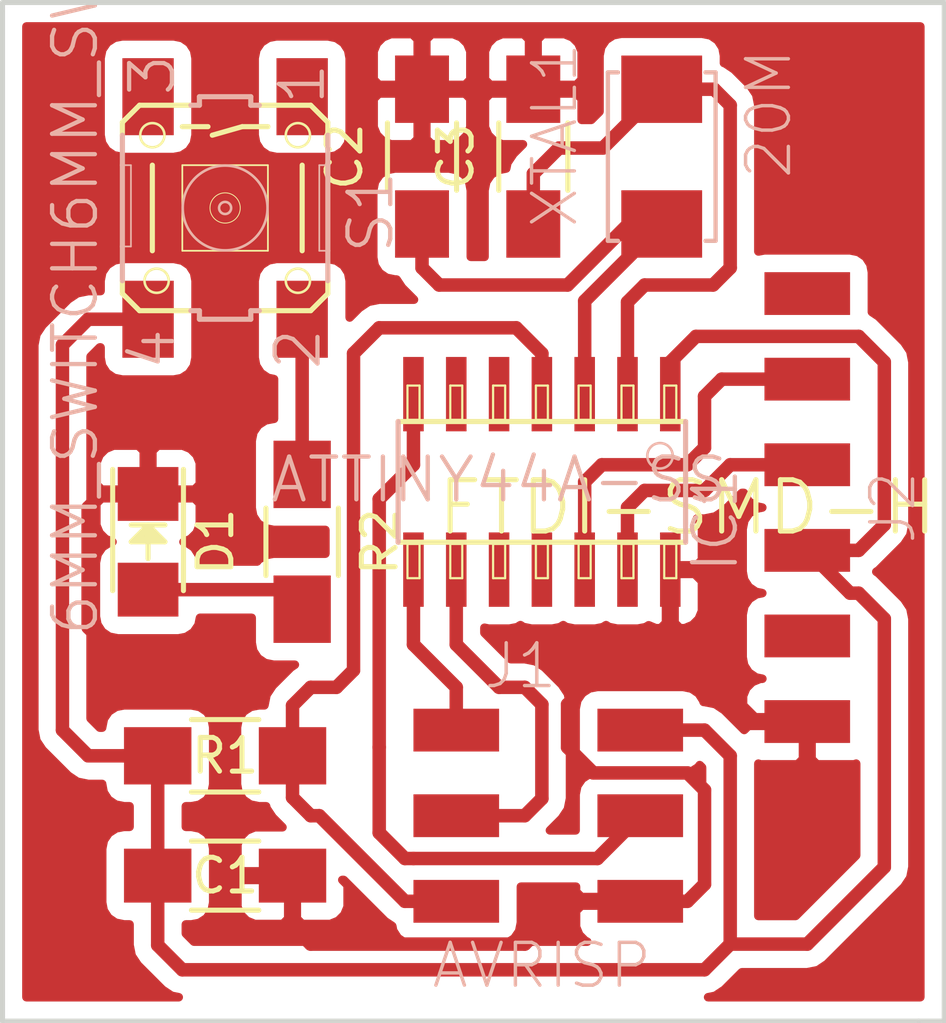
<source format=kicad_pcb>
(kicad_pcb (version 4) (host pcbnew 4.0.2-stable)

  (general
    (links 24)
    (no_connects 0)
    (area 175.438999 75.198689 210.623286 110.819001)
    (thickness 1.6)
    (drawings 6)
    (tracks 131)
    (zones 0)
    (modules 11)
    (nets 21)
  )

  (page A4)
  (layers
    (0 F.Cu signal)
    (31 B.Cu signal hide)
    (32 B.Adhes user hide)
    (33 F.Adhes user hide)
    (34 B.Paste user hide)
    (35 F.Paste user hide)
    (36 B.SilkS user hide)
    (37 F.SilkS user hide)
    (38 B.Mask user hide)
    (39 F.Mask user)
    (40 Dwgs.User user)
    (41 Cmts.User user)
    (42 Eco1.User user)
    (43 Eco2.User user)
    (44 Edge.Cuts user)
    (45 Margin user hide)
    (46 B.CrtYd user hide)
    (47 F.CrtYd user hide)
    (48 B.Fab user hide)
    (49 F.Fab user hide)
  )

  (setup
    (last_trace_width 0.4)
    (trace_clearance 0.2)
    (zone_clearance 0.508)
    (zone_45_only yes)
    (trace_min 0.2)
    (segment_width 0.2)
    (edge_width 0.15)
    (via_size 0.6)
    (via_drill 0.4)
    (via_min_size 0.4)
    (via_min_drill 0.3)
    (uvia_size 0.3)
    (uvia_drill 0.1)
    (uvias_allowed no)
    (uvia_min_size 0.2)
    (uvia_min_drill 0.1)
    (pcb_text_width 0.3)
    (pcb_text_size 1.5 1.5)
    (mod_edge_width 0.15)
    (mod_text_size 1 1)
    (mod_text_width 0.15)
    (pad_size 1.524 1.524)
    (pad_drill 0.762)
    (pad_to_mask_clearance 0.2)
    (aux_axis_origin 0 0)
    (visible_elements FFFEFF7F)
    (pcbplotparams
      (layerselection 0x01000_00000001)
      (usegerberextensions false)
      (excludeedgelayer true)
      (linewidth 0.100000)
      (plotframeref false)
      (viasonmask false)
      (mode 1)
      (useauxorigin false)
      (hpglpennumber 1)
      (hpglpenspeed 20)
      (hpglpendiameter 15)
      (hpglpenoverlay 2)
      (psnegative false)
      (psa4output false)
      (plotreference true)
      (plotvalue true)
      (plotinvisibletext false)
      (padsonsilk false)
      (subtractmaskfromsilk false)
      (outputformat 4)
      (mirror false)
      (drillshape 0)
      (scaleselection 1)
      (outputdirectory ""))
  )

  (net 0 "")
  (net 1 +5V)
  (net 2 GND)
  (net 3 "Net-(C2-Pad1)")
  (net 4 "Net-(C3-Pad1)")
  (net 5 "Net-(D1-Pad2)")
  (net 6 /PB3)
  (net 7 "Net-(IC1-Pad5)")
  (net 8 "Net-(IC1-Pad6)")
  (net 9 /PA6)
  (net 10 /PA5)
  (net 11 /PA4)
  (net 12 "Net-(IC1-Pad10)")
  (net 13 "Net-(IC1-Pad11)")
  (net 14 /PA1)
  (net 15 /PA0)
  (net 16 "Net-(J2-Pad2)")
  (net 17 "Net-(J2-Pad6)")
  (net 18 "Net-(R2-Pad1)")
  (net 19 "Net-(S1-Pad1)")
  (net 20 "Net-(S1-Pad3)")

  (net_class Default "This is the default net class."
    (clearance 0.2)
    (trace_width 0.4)
    (via_dia 0.6)
    (via_drill 0.4)
    (uvia_dia 0.3)
    (uvia_drill 0.1)
    (add_net +5V)
    (add_net /PA0)
    (add_net /PA1)
    (add_net /PA4)
    (add_net /PA5)
    (add_net /PA6)
    (add_net /PB3)
    (add_net GND)
    (add_net "Net-(C2-Pad1)")
    (add_net "Net-(C3-Pad1)")
    (add_net "Net-(D1-Pad2)")
    (add_net "Net-(IC1-Pad10)")
    (add_net "Net-(IC1-Pad11)")
    (add_net "Net-(IC1-Pad5)")
    (add_net "Net-(IC1-Pad6)")
    (add_net "Net-(J2-Pad2)")
    (add_net "Net-(J2-Pad6)")
    (add_net "Net-(R2-Pad1)")
    (add_net "Net-(S1-Pad1)")
    (add_net "Net-(S1-Pad3)")
  )

  (module Capacitors_SMD:C_1206_HandSoldering (layer F.Cu) (tedit 56FA7FB8) (tstamp 56DD89BA)
    (at 182.118 106.426)
    (descr "Capacitor SMD 1206, hand soldering")
    (tags "capacitor 1206")
    (path /56DD3345)
    (attr smd)
    (fp_text reference C1 (at 0 0) (layer F.SilkS)
      (effects (font (size 1 1) (thickness 0.15)))
    )
    (fp_text value 1uF (at 0 2.3) (layer F.Fab)
      (effects (font (size 1 1) (thickness 0.15)))
    )
    (fp_line (start -3.3 -1.15) (end 3.3 -1.15) (layer F.CrtYd) (width 0.05))
    (fp_line (start -3.3 1.15) (end 3.3 1.15) (layer F.CrtYd) (width 0.05))
    (fp_line (start -3.3 -1.15) (end -3.3 1.15) (layer F.CrtYd) (width 0.05))
    (fp_line (start 3.3 -1.15) (end 3.3 1.15) (layer F.CrtYd) (width 0.05))
    (fp_line (start 1 -1.025) (end -1 -1.025) (layer F.SilkS) (width 0.15))
    (fp_line (start -1 1.025) (end 1 1.025) (layer F.SilkS) (width 0.15))
    (pad 1 smd rect (at -2 0) (size 2 1.6) (layers F.Cu F.Paste F.Mask)
      (net 1 +5V))
    (pad 2 smd rect (at 2 0) (size 2 1.6) (layers F.Cu F.Paste F.Mask)
      (net 2 GND))
    (model Capacitors_SMD.3dshapes/C_1206_HandSoldering.wrl
      (at (xyz 0 0 0))
      (scale (xyz 1 1 1))
      (rotate (xyz 0 0 0))
    )
  )

  (module Capacitors_SMD:C_1206_HandSoldering (layer F.Cu) (tedit 541A9C03) (tstamp 56DD89C0)
    (at 187.96 85.09 90)
    (descr "Capacitor SMD 1206, hand soldering")
    (tags "capacitor 1206")
    (path /56DD495F)
    (attr smd)
    (fp_text reference C2 (at 0 -2.3 90) (layer F.SilkS)
      (effects (font (size 1 1) (thickness 0.15)))
    )
    (fp_text value 15pF (at 0 2.3 90) (layer F.Fab)
      (effects (font (size 1 1) (thickness 0.15)))
    )
    (fp_line (start -3.3 -1.15) (end 3.3 -1.15) (layer F.CrtYd) (width 0.05))
    (fp_line (start -3.3 1.15) (end 3.3 1.15) (layer F.CrtYd) (width 0.05))
    (fp_line (start -3.3 -1.15) (end -3.3 1.15) (layer F.CrtYd) (width 0.05))
    (fp_line (start 3.3 -1.15) (end 3.3 1.15) (layer F.CrtYd) (width 0.05))
    (fp_line (start 1 -1.025) (end -1 -1.025) (layer F.SilkS) (width 0.15))
    (fp_line (start -1 1.025) (end 1 1.025) (layer F.SilkS) (width 0.15))
    (pad 1 smd rect (at -2 0 90) (size 2 1.6) (layers F.Cu F.Paste F.Mask)
      (net 3 "Net-(C2-Pad1)"))
    (pad 2 smd rect (at 2 0 90) (size 2 1.6) (layers F.Cu F.Paste F.Mask)
      (net 2 GND))
    (model Capacitors_SMD.3dshapes/C_1206_HandSoldering.wrl
      (at (xyz 0 0 0))
      (scale (xyz 1 1 1))
      (rotate (xyz 0 0 0))
    )
  )

  (module Capacitors_SMD:C_1206_HandSoldering (layer F.Cu) (tedit 541A9C03) (tstamp 56DD89C6)
    (at 191.262 85.09 90)
    (descr "Capacitor SMD 1206, hand soldering")
    (tags "capacitor 1206")
    (path /56DD499C)
    (attr smd)
    (fp_text reference C3 (at 0 -2.3 90) (layer F.SilkS)
      (effects (font (size 1 1) (thickness 0.15)))
    )
    (fp_text value 15pF (at 0 2.3 90) (layer F.Fab)
      (effects (font (size 1 1) (thickness 0.15)))
    )
    (fp_line (start -3.3 -1.15) (end 3.3 -1.15) (layer F.CrtYd) (width 0.05))
    (fp_line (start -3.3 1.15) (end 3.3 1.15) (layer F.CrtYd) (width 0.05))
    (fp_line (start -3.3 -1.15) (end -3.3 1.15) (layer F.CrtYd) (width 0.05))
    (fp_line (start 3.3 -1.15) (end 3.3 1.15) (layer F.CrtYd) (width 0.05))
    (fp_line (start 1 -1.025) (end -1 -1.025) (layer F.SilkS) (width 0.15))
    (fp_line (start -1 1.025) (end 1 1.025) (layer F.SilkS) (width 0.15))
    (pad 1 smd rect (at -2 0 90) (size 2 1.6) (layers F.Cu F.Paste F.Mask)
      (net 4 "Net-(C3-Pad1)"))
    (pad 2 smd rect (at 2 0 90) (size 2 1.6) (layers F.Cu F.Paste F.Mask)
      (net 2 GND))
    (model Capacitors_SMD.3dshapes/C_1206_HandSoldering.wrl
      (at (xyz 0 0 0))
      (scale (xyz 1 1 1))
      (rotate (xyz 0 0 0))
    )
  )

  (module LEDs:LED_1206 (layer F.Cu) (tedit 55BDE2E8) (tstamp 56DD89CC)
    (at 179.832 96.52 270)
    (descr "LED 1206 smd package")
    (tags "LED1206 SMD")
    (path /56DDD27E)
    (attr smd)
    (fp_text reference D1 (at 0 -2 270) (layer F.SilkS)
      (effects (font (size 1 1) (thickness 0.15)))
    )
    (fp_text value LED (at 0 2 270) (layer F.Fab)
      (effects (font (size 1 1) (thickness 0.15)))
    )
    (fp_line (start -2.15 1.05) (end 1.45 1.05) (layer F.SilkS) (width 0.15))
    (fp_line (start -2.15 -1.05) (end 1.45 -1.05) (layer F.SilkS) (width 0.15))
    (fp_line (start -0.1 -0.3) (end -0.1 0.3) (layer F.SilkS) (width 0.15))
    (fp_line (start -0.1 0.3) (end -0.4 0) (layer F.SilkS) (width 0.15))
    (fp_line (start -0.4 0) (end -0.2 -0.2) (layer F.SilkS) (width 0.15))
    (fp_line (start -0.2 -0.2) (end -0.2 0.05) (layer F.SilkS) (width 0.15))
    (fp_line (start -0.2 0.05) (end -0.25 0) (layer F.SilkS) (width 0.15))
    (fp_line (start -0.5 -0.5) (end -0.5 0.5) (layer F.SilkS) (width 0.15))
    (fp_line (start 0 0) (end 0.5 0) (layer F.SilkS) (width 0.15))
    (fp_line (start -0.5 0) (end 0 -0.5) (layer F.SilkS) (width 0.15))
    (fp_line (start 0 -0.5) (end 0 0.5) (layer F.SilkS) (width 0.15))
    (fp_line (start 0 0.5) (end -0.5 0) (layer F.SilkS) (width 0.15))
    (fp_line (start 2.5 -1.25) (end -2.5 -1.25) (layer F.CrtYd) (width 0.05))
    (fp_line (start -2.5 -1.25) (end -2.5 1.25) (layer F.CrtYd) (width 0.05))
    (fp_line (start -2.5 1.25) (end 2.5 1.25) (layer F.CrtYd) (width 0.05))
    (fp_line (start 2.5 1.25) (end 2.5 -1.25) (layer F.CrtYd) (width 0.05))
    (pad 2 smd rect (at 1.41986 0 90) (size 1.59766 1.80086) (layers F.Cu F.Paste F.Mask)
      (net 5 "Net-(D1-Pad2)"))
    (pad 1 smd rect (at -1.41986 0 90) (size 1.59766 1.80086) (layers F.Cu F.Paste F.Mask)
      (net 2 GND))
    (model LEDs.3dshapes/LED_1206.wrl
      (at (xyz 0 0 0))
      (scale (xyz 1 1 1))
      (rotate (xyz 0 0 180))
    )
  )

  (module fab:fab-SOIC14 (layer F.Cu) (tedit 200000) (tstamp 56DD89DE)
    (at 191.516 94.742 180)
    (descr "SMALL OUTLINE PACKAGE")
    (tags "SMALL OUTLINE PACKAGE")
    (path /56DD27C9)
    (attr smd)
    (fp_text reference IC1 (at -5.1435 -1.143 270) (layer B.SilkS)
      (effects (font (size 1.27 1.27) (thickness 0.127)))
    )
    (fp_text value ATTINY44A-SS (at 1.27 0.0635 180) (layer B.SilkS)
      (effects (font (size 1.27 1.27) (thickness 0.127)))
    )
    (fp_line (start -3.9878 -1.8415) (end -3.62966 -1.8415) (layer F.SilkS) (width 0.06604))
    (fp_line (start -3.62966 -1.8415) (end -3.62966 -2.8575) (layer F.SilkS) (width 0.06604))
    (fp_line (start -3.9878 -2.8575) (end -3.62966 -2.8575) (layer F.SilkS) (width 0.06604))
    (fp_line (start -3.9878 -1.8415) (end -3.9878 -2.8575) (layer F.SilkS) (width 0.06604))
    (fp_line (start -2.7178 -1.8415) (end -2.3622 -1.8415) (layer F.SilkS) (width 0.06604))
    (fp_line (start -2.3622 -1.8415) (end -2.3622 -2.8575) (layer F.SilkS) (width 0.06604))
    (fp_line (start -2.7178 -2.8575) (end -2.3622 -2.8575) (layer F.SilkS) (width 0.06604))
    (fp_line (start -2.7178 -1.8415) (end -2.7178 -2.8575) (layer F.SilkS) (width 0.06604))
    (fp_line (start -1.4478 -1.8415) (end -1.08966 -1.8415) (layer F.SilkS) (width 0.06604))
    (fp_line (start -1.08966 -1.8415) (end -1.08966 -2.8575) (layer F.SilkS) (width 0.06604))
    (fp_line (start -1.4478 -2.8575) (end -1.08966 -2.8575) (layer F.SilkS) (width 0.06604))
    (fp_line (start -1.4478 -1.8415) (end -1.4478 -2.8575) (layer F.SilkS) (width 0.06604))
    (fp_line (start -0.1778 -1.8415) (end 0.1778 -1.8415) (layer F.SilkS) (width 0.06604))
    (fp_line (start 0.1778 -1.8415) (end 0.1778 -2.8575) (layer F.SilkS) (width 0.06604))
    (fp_line (start -0.1778 -2.8575) (end 0.1778 -2.8575) (layer F.SilkS) (width 0.06604))
    (fp_line (start -0.1778 -1.8415) (end -0.1778 -2.8575) (layer F.SilkS) (width 0.06604))
    (fp_line (start 1.08966 -1.8415) (end 1.4478 -1.8415) (layer F.SilkS) (width 0.06604))
    (fp_line (start 1.4478 -1.8415) (end 1.4478 -2.8575) (layer F.SilkS) (width 0.06604))
    (fp_line (start 1.08966 -2.8575) (end 1.4478 -2.8575) (layer F.SilkS) (width 0.06604))
    (fp_line (start 1.08966 -1.8415) (end 1.08966 -2.8575) (layer F.SilkS) (width 0.06604))
    (fp_line (start 2.3622 -1.8415) (end 2.7178 -1.8415) (layer F.SilkS) (width 0.06604))
    (fp_line (start 2.7178 -1.8415) (end 2.7178 -2.8575) (layer F.SilkS) (width 0.06604))
    (fp_line (start 2.3622 -2.8575) (end 2.7178 -2.8575) (layer F.SilkS) (width 0.06604))
    (fp_line (start 2.3622 -1.8415) (end 2.3622 -2.8575) (layer F.SilkS) (width 0.06604))
    (fp_line (start 3.62966 -1.8415) (end 3.9878 -1.8415) (layer F.SilkS) (width 0.06604))
    (fp_line (start 3.9878 -1.8415) (end 3.9878 -2.8575) (layer F.SilkS) (width 0.06604))
    (fp_line (start 3.62966 -2.8575) (end 3.9878 -2.8575) (layer F.SilkS) (width 0.06604))
    (fp_line (start 3.62966 -1.8415) (end 3.62966 -2.8575) (layer F.SilkS) (width 0.06604))
    (fp_line (start 3.62966 2.8575) (end 3.9878 2.8575) (layer F.SilkS) (width 0.06604))
    (fp_line (start 3.9878 2.8575) (end 3.9878 1.8415) (layer F.SilkS) (width 0.06604))
    (fp_line (start 3.62966 1.8415) (end 3.9878 1.8415) (layer F.SilkS) (width 0.06604))
    (fp_line (start 3.62966 2.8575) (end 3.62966 1.8415) (layer F.SilkS) (width 0.06604))
    (fp_line (start 2.3622 2.8575) (end 2.7178 2.8575) (layer F.SilkS) (width 0.06604))
    (fp_line (start 2.7178 2.8575) (end 2.7178 1.8415) (layer F.SilkS) (width 0.06604))
    (fp_line (start 2.3622 1.8415) (end 2.7178 1.8415) (layer F.SilkS) (width 0.06604))
    (fp_line (start 2.3622 2.8575) (end 2.3622 1.8415) (layer F.SilkS) (width 0.06604))
    (fp_line (start 1.08966 2.8575) (end 1.4478 2.8575) (layer F.SilkS) (width 0.06604))
    (fp_line (start 1.4478 2.8575) (end 1.4478 1.8415) (layer F.SilkS) (width 0.06604))
    (fp_line (start 1.08966 1.8415) (end 1.4478 1.8415) (layer F.SilkS) (width 0.06604))
    (fp_line (start 1.08966 2.8575) (end 1.08966 1.8415) (layer F.SilkS) (width 0.06604))
    (fp_line (start -0.1778 2.8575) (end 0.1778 2.8575) (layer F.SilkS) (width 0.06604))
    (fp_line (start 0.1778 2.8575) (end 0.1778 1.8415) (layer F.SilkS) (width 0.06604))
    (fp_line (start -0.1778 1.8415) (end 0.1778 1.8415) (layer F.SilkS) (width 0.06604))
    (fp_line (start -0.1778 2.8575) (end -0.1778 1.8415) (layer F.SilkS) (width 0.06604))
    (fp_line (start -1.4478 2.8575) (end -1.08966 2.8575) (layer F.SilkS) (width 0.06604))
    (fp_line (start -1.08966 2.8575) (end -1.08966 1.8415) (layer F.SilkS) (width 0.06604))
    (fp_line (start -1.4478 1.8415) (end -1.08966 1.8415) (layer F.SilkS) (width 0.06604))
    (fp_line (start -1.4478 2.8575) (end -1.4478 1.8415) (layer F.SilkS) (width 0.06604))
    (fp_line (start -2.7178 2.8575) (end -2.3622 2.8575) (layer F.SilkS) (width 0.06604))
    (fp_line (start -2.3622 2.8575) (end -2.3622 1.8415) (layer F.SilkS) (width 0.06604))
    (fp_line (start -2.7178 1.8415) (end -2.3622 1.8415) (layer F.SilkS) (width 0.06604))
    (fp_line (start -2.7178 2.8575) (end -2.7178 1.8415) (layer F.SilkS) (width 0.06604))
    (fp_line (start -3.9878 2.8575) (end -3.62966 2.8575) (layer F.SilkS) (width 0.06604))
    (fp_line (start -3.62966 2.8575) (end -3.62966 1.8415) (layer F.SilkS) (width 0.06604))
    (fp_line (start -3.9878 1.8415) (end -3.62966 1.8415) (layer F.SilkS) (width 0.06604))
    (fp_line (start -3.9878 2.8575) (end -3.9878 1.8415) (layer F.SilkS) (width 0.06604))
    (fp_line (start -4.26466 1.7907) (end 4.26466 1.7907) (layer F.SilkS) (width 0.1524))
    (fp_line (start 4.26466 1.7907) (end 4.26466 -1.7907) (layer B.SilkS) (width 0.1524))
    (fp_line (start 4.26466 -1.7907) (end -4.26466 -1.7907) (layer F.SilkS) (width 0.1524))
    (fp_line (start -4.26466 -1.7907) (end -4.26466 1.7907) (layer B.SilkS) (width 0.1524))
    (fp_circle (center -3.5052 0.7747) (end -3.7719 1.0414) (layer B.SilkS) (width 0.0762))
    (pad 1 smd rect (at -3.81 2.6035 180) (size 0.6096 2.20726) (layers F.Cu F.Paste F.Mask)
      (net 1 +5V))
    (pad 2 smd rect (at -2.54 2.6035 180) (size 0.6096 2.20726) (layers F.Cu F.Paste F.Mask)
      (net 4 "Net-(C3-Pad1)"))
    (pad 3 smd rect (at -1.27 2.6035 180) (size 0.6096 2.20726) (layers F.Cu F.Paste F.Mask)
      (net 3 "Net-(C2-Pad1)"))
    (pad 4 smd rect (at 0 2.6035 180) (size 0.6096 2.20726) (layers F.Cu F.Paste F.Mask)
      (net 6 /PB3))
    (pad 5 smd rect (at 1.27 2.6035 180) (size 0.6096 2.20726) (layers F.Cu F.Paste F.Mask)
      (net 7 "Net-(IC1-Pad5)"))
    (pad 6 smd rect (at 2.54 2.6035 180) (size 0.6096 2.20726) (layers F.Cu F.Paste F.Mask)
      (net 8 "Net-(IC1-Pad6)"))
    (pad 7 smd rect (at 3.81 2.6035 180) (size 0.6096 2.20726) (layers F.Cu F.Paste F.Mask)
      (net 9 /PA6))
    (pad 8 smd rect (at 3.81 -2.6035 180) (size 0.6096 2.20726) (layers F.Cu F.Paste F.Mask)
      (net 10 /PA5))
    (pad 9 smd rect (at 2.54 -2.6035 180) (size 0.6096 2.20726) (layers F.Cu F.Paste F.Mask)
      (net 11 /PA4))
    (pad 10 smd rect (at 1.27 -2.6035 180) (size 0.6096 2.20726) (layers F.Cu F.Paste F.Mask)
      (net 12 "Net-(IC1-Pad10)"))
    (pad 11 smd rect (at 0 -2.6035 180) (size 0.6096 2.20726) (layers F.Cu F.Paste F.Mask)
      (net 13 "Net-(IC1-Pad11)"))
    (pad 12 smd rect (at -1.27 -2.6035 180) (size 0.6096 2.20726) (layers F.Cu F.Paste F.Mask)
      (net 14 /PA1))
    (pad 13 smd rect (at -2.54 -2.6035 180) (size 0.6096 2.20726) (layers F.Cu F.Paste F.Mask)
      (net 15 /PA0))
    (pad 14 smd rect (at -3.81 -2.6035 180) (size 0.6096 2.20726) (layers F.Cu F.Paste F.Mask)
      (net 2 GND))
  )

  (module fab:fab-2X03SMD (layer F.Cu) (tedit 200000) (tstamp 56DD89E8)
    (at 191.516 104.648)
    (path /56DD6A1F)
    (attr smd)
    (fp_text reference J1 (at -0.635 -4.445) (layer B.SilkS)
      (effects (font (size 1.27 1.27) (thickness 0.1016)))
    )
    (fp_text value AVRISP (at 0 4.445) (layer B.SilkS)
      (effects (font (size 1.27 1.27) (thickness 0.1016)))
    )
    (pad 1 smd rect (at -2.54 -2.54) (size 2.54 1.27) (layers F.Cu F.Paste F.Mask)
      (net 10 /PA5))
    (pad 2 smd rect (at 2.91846 -2.54) (size 2.54 1.27) (layers F.Cu F.Paste F.Mask)
      (net 1 +5V))
    (pad 3 smd rect (at -2.54 0) (size 2.54 1.27) (layers F.Cu F.Paste F.Mask)
      (net 11 /PA4))
    (pad 4 smd rect (at 2.91846 0) (size 2.54 1.27) (layers F.Cu F.Paste F.Mask)
      (net 9 /PA6))
    (pad 5 smd rect (at -2.54 2.54) (size 2.54 1.27) (layers F.Cu F.Paste F.Mask)
      (net 6 /PB3))
    (pad 6 smd rect (at 2.91846 2.54) (size 2.54 1.27) (layers F.Cu F.Paste F.Mask)
      (net 2 GND))
  )

  (module fab:fab-1X06SMD (layer F.Cu) (tedit 200000) (tstamp 56DD89F2)
    (at 199.39 95.504 180)
    (path /56DD3291)
    (attr smd)
    (fp_text reference J2 (at -2.54 0 270) (layer B.SilkS)
      (effects (font (size 1.27 1.27) (thickness 0.1016)))
    )
    (fp_text value FTDI-SMD-HEADER (at 0 0 180) (layer F.SilkS)
      (effects (font (thickness 0.15)))
    )
    (pad 1 smd rect (at 0 -6.35 180) (size 2.54 1.27) (layers F.Cu F.Paste F.Mask)
      (net 2 GND))
    (pad 2 smd rect (at 0 -3.81 180) (size 2.54 1.27) (layers F.Cu F.Paste F.Mask)
      (net 16 "Net-(J2-Pad2)"))
    (pad 3 smd rect (at 0 -1.27 180) (size 2.54 1.27) (layers F.Cu F.Paste F.Mask)
      (net 1 +5V))
    (pad 4 smd rect (at 0 1.27 180) (size 2.54 1.27) (layers F.Cu F.Paste F.Mask)
      (net 15 /PA0))
    (pad 5 smd rect (at 0 3.81 180) (size 2.54 1.27) (layers F.Cu F.Paste F.Mask)
      (net 14 /PA1))
    (pad 6 smd rect (at 0 6.35 180) (size 2.54 1.27) (layers F.Cu F.Paste F.Mask)
      (net 17 "Net-(J2-Pad6)"))
  )

  (module Resistors_SMD:R_1206_HandSoldering (layer F.Cu) (tedit 56FA7FAC) (tstamp 56DD89F8)
    (at 182.118 102.87 180)
    (descr "Resistor SMD 1206, hand soldering")
    (tags "resistor 1206")
    (path /56DD32D1)
    (attr smd)
    (fp_text reference R1 (at 0 0 180) (layer F.SilkS)
      (effects (font (size 1 1) (thickness 0.15)))
    )
    (fp_text value 10k (at 0 2.3 180) (layer F.Fab)
      (effects (font (size 1 1) (thickness 0.15)))
    )
    (fp_line (start -3.3 -1.2) (end 3.3 -1.2) (layer F.CrtYd) (width 0.05))
    (fp_line (start -3.3 1.2) (end 3.3 1.2) (layer F.CrtYd) (width 0.05))
    (fp_line (start -3.3 -1.2) (end -3.3 1.2) (layer F.CrtYd) (width 0.05))
    (fp_line (start 3.3 -1.2) (end 3.3 1.2) (layer F.CrtYd) (width 0.05))
    (fp_line (start 1 1.075) (end -1 1.075) (layer F.SilkS) (width 0.15))
    (fp_line (start -1 -1.075) (end 1 -1.075) (layer F.SilkS) (width 0.15))
    (pad 1 smd rect (at -2 0 180) (size 2 1.7) (layers F.Cu F.Paste F.Mask)
      (net 6 /PB3))
    (pad 2 smd rect (at 2 0 180) (size 2 1.7) (layers F.Cu F.Paste F.Mask)
      (net 1 +5V))
    (model Resistors_SMD.3dshapes/R_1206_HandSoldering.wrl
      (at (xyz 0 0 0))
      (scale (xyz 1 1 1))
      (rotate (xyz 0 0 0))
    )
  )

  (module Resistors_SMD:R_1206_HandSoldering (layer F.Cu) (tedit 5418A20D) (tstamp 56DD89FE)
    (at 184.404 96.52 270)
    (descr "Resistor SMD 1206, hand soldering")
    (tags "resistor 1206")
    (path /56DDD2BF)
    (attr smd)
    (fp_text reference R2 (at 0 -2.3 270) (layer F.SilkS)
      (effects (font (size 1 1) (thickness 0.15)))
    )
    (fp_text value 100 (at 0 2.3 270) (layer F.Fab)
      (effects (font (size 1 1) (thickness 0.15)))
    )
    (fp_line (start -3.3 -1.2) (end 3.3 -1.2) (layer F.CrtYd) (width 0.05))
    (fp_line (start -3.3 1.2) (end 3.3 1.2) (layer F.CrtYd) (width 0.05))
    (fp_line (start -3.3 -1.2) (end -3.3 1.2) (layer F.CrtYd) (width 0.05))
    (fp_line (start 3.3 -1.2) (end 3.3 1.2) (layer F.CrtYd) (width 0.05))
    (fp_line (start 1 1.075) (end -1 1.075) (layer F.SilkS) (width 0.15))
    (fp_line (start -1 -1.075) (end 1 -1.075) (layer F.SilkS) (width 0.15))
    (pad 1 smd rect (at -2 0 270) (size 2 1.7) (layers F.Cu F.Paste F.Mask)
      (net 18 "Net-(R2-Pad1)"))
    (pad 2 smd rect (at 2 0 270) (size 2 1.7) (layers F.Cu F.Paste F.Mask)
      (net 5 "Net-(D1-Pad2)"))
    (model Resistors_SMD.3dshapes/R_1206_HandSoldering.wrl
      (at (xyz 0 0 0))
      (scale (xyz 1 1 1))
      (rotate (xyz 0 0 0))
    )
  )

  (module fab:fab-6MM_SWITCH (layer F.Cu) (tedit 200000) (tstamp 56DD8A06)
    (at 182.118 86.614 270)
    (descr "OMRON SWITCH")
    (tags "OMRON SWITCH")
    (path /56DDDDD0)
    (attr smd)
    (fp_text reference S1 (at 0.127 -4.318 270) (layer B.SilkS)
      (effects (font (size 1.27 1.27) (thickness 0.127)))
    )
    (fp_text value 6MM_SWITCH6MM_SWITCH (at 0.762 4.445 270) (layer B.SilkS)
      (effects (font (size 1.27 1.27) (thickness 0.127)))
    )
    (fp_line (start 3.302 0.762) (end 3.048 0.762) (layer B.SilkS) (width 0.1524))
    (fp_line (start 3.302 0.762) (end 3.302 -0.762) (layer B.SilkS) (width 0.1524))
    (fp_line (start 3.048 -0.762) (end 3.302 -0.762) (layer B.SilkS) (width 0.1524))
    (fp_line (start 3.048 -1.016) (end 3.048 -2.54) (layer F.SilkS) (width 0.1524))
    (fp_line (start -3.302 -0.762) (end -3.048 -0.762) (layer B.SilkS) (width 0.1524))
    (fp_line (start -3.302 -0.762) (end -3.302 0.762) (layer B.SilkS) (width 0.1524))
    (fp_line (start -3.048 0.762) (end -3.302 0.762) (layer B.SilkS) (width 0.1524))
    (fp_line (start 3.048 -2.54) (end 2.54 -3.048) (layer F.SilkS) (width 0.1524))
    (fp_line (start 2.54 3.048) (end 3.048 2.54) (layer F.SilkS) (width 0.1524))
    (fp_line (start 3.048 2.54) (end 3.048 1.016) (layer F.SilkS) (width 0.1524))
    (fp_line (start -2.54 -3.048) (end -3.048 -2.54) (layer F.SilkS) (width 0.1524))
    (fp_line (start -3.048 -2.54) (end -3.048 -1.016) (layer F.SilkS) (width 0.1524))
    (fp_line (start -2.54 3.048) (end -3.048 2.54) (layer F.SilkS) (width 0.1524))
    (fp_line (start -3.048 2.54) (end -3.048 1.016) (layer F.SilkS) (width 0.1524))
    (fp_line (start -1.27 -1.27) (end -1.27 1.27) (layer F.SilkS) (width 0.0508))
    (fp_line (start 1.27 1.27) (end -1.27 1.27) (layer F.SilkS) (width 0.0508))
    (fp_line (start 1.27 1.27) (end 1.27 -1.27) (layer F.SilkS) (width 0.0508))
    (fp_line (start -1.27 -1.27) (end 1.27 -1.27) (layer F.SilkS) (width 0.0508))
    (fp_line (start -1.27 -3.048) (end -1.27 -2.794) (layer B.SilkS) (width 0.0508))
    (fp_line (start 1.27 -2.794) (end -1.27 -2.794) (layer B.SilkS) (width 0.0508))
    (fp_line (start 1.27 -2.794) (end 1.27 -3.048) (layer B.SilkS) (width 0.0508))
    (fp_line (start 1.143 2.794) (end -1.27 2.794) (layer B.SilkS) (width 0.0508))
    (fp_line (start 1.143 2.794) (end 1.143 3.048) (layer B.SilkS) (width 0.0508))
    (fp_line (start -1.27 2.794) (end -1.27 3.048) (layer B.SilkS) (width 0.0508))
    (fp_line (start 2.54 3.048) (end 2.159 3.048) (layer F.SilkS) (width 0.1524))
    (fp_line (start -2.54 3.048) (end -2.159 3.048) (layer F.SilkS) (width 0.1524))
    (fp_line (start -2.159 3.048) (end -1.27 3.048) (layer B.SilkS) (width 0.1524))
    (fp_line (start -2.54 -3.048) (end -2.159 -3.048) (layer F.SilkS) (width 0.1524))
    (fp_line (start 2.54 -3.048) (end 2.159 -3.048) (layer F.SilkS) (width 0.1524))
    (fp_line (start 2.159 -3.048) (end 1.27 -3.048) (layer B.SilkS) (width 0.1524))
    (fp_line (start 1.27 -3.048) (end -1.27 -3.048) (layer B.SilkS) (width 0.1524))
    (fp_line (start -1.27 -3.048) (end -2.159 -3.048) (layer B.SilkS) (width 0.1524))
    (fp_line (start -1.27 3.048) (end 1.143 3.048) (layer B.SilkS) (width 0.1524))
    (fp_line (start 1.143 3.048) (end 2.159 3.048) (layer B.SilkS) (width 0.1524))
    (fp_line (start 3.048 0.762) (end 3.048 1.016) (layer B.SilkS) (width 0.1524))
    (fp_line (start 3.048 -0.762) (end 3.048 -1.016) (layer B.SilkS) (width 0.1524))
    (fp_line (start -3.048 0.762) (end -3.048 1.016) (layer B.SilkS) (width 0.1524))
    (fp_line (start -3.048 -0.762) (end -3.048 -1.016) (layer B.SilkS) (width 0.1524))
    (fp_line (start -1.27 2.159) (end 1.27 2.159) (layer F.SilkS) (width 0.1524))
    (fp_line (start 1.27 -2.286) (end -1.27 -2.286) (layer F.SilkS) (width 0.1524))
    (fp_line (start -2.413 -1.27) (end -2.413 -0.508) (layer F.SilkS) (width 0.1524))
    (fp_line (start -2.413 0.508) (end -2.413 1.27) (layer F.SilkS) (width 0.1524))
    (fp_line (start -2.413 -0.508) (end -2.159 0.381) (layer F.SilkS) (width 0.1524))
    (fp_circle (center 0 0) (end -0.889 0.889) (layer B.SilkS) (width 0.0762))
    (fp_circle (center -2.159 2.159) (end -2.413 2.413) (layer F.SilkS) (width 0.0762))
    (fp_circle (center 2.159 2.032) (end 2.413 2.286) (layer F.SilkS) (width 0.0762))
    (fp_circle (center 2.159 -2.159) (end 2.413 -2.413) (layer F.SilkS) (width 0.0762))
    (fp_circle (center -2.159 -2.159) (end -2.413 -2.413) (layer F.SilkS) (width 0.0762))
    (fp_circle (center 0 0) (end -0.3175 0.3175) (layer F.SilkS) (width 0.0254))
    (fp_circle (center 0 0) (end -0.127 0.127) (layer B.SilkS) (width 0.0762))
    (fp_text user 1 (at -3.683 -2.286 270) (layer B.SilkS)
      (effects (font (size 1.27 1.27) (thickness 0.127)))
    )
    (fp_text user 2 (at 4.191 -2.159 270) (layer B.SilkS)
      (effects (font (size 1.27 1.27) (thickness 0.127)))
    )
    (fp_text user 3 (at -3.937 2.159 270) (layer B.SilkS)
      (effects (font (size 1.27 1.27) (thickness 0.127)))
    )
    (fp_text user 4 (at 4.191 2.159 270) (layer B.SilkS)
      (effects (font (size 1.27 1.27) (thickness 0.127)))
    )
    (pad 1 smd rect (at -3.302 -2.286 270) (size 2.286 1.524) (layers F.Cu F.Paste F.Mask)
      (net 19 "Net-(S1-Pad1)"))
    (pad 2 smd rect (at 3.302 -2.286 270) (size 2.286 1.524) (layers F.Cu F.Paste F.Mask)
      (net 18 "Net-(R2-Pad1)"))
    (pad 3 smd rect (at -3.302 2.286 270) (size 2.286 1.524) (layers F.Cu F.Paste F.Mask)
      (net 20 "Net-(S1-Pad3)"))
    (pad 4 smd rect (at 3.302 2.286 270) (size 2.286 1.524) (layers F.Cu F.Paste F.Mask)
      (net 1 +5V))
  )

  (module fab:fab-2-SMD-5X3MM (layer F.Cu) (tedit 200000) (tstamp 56DD8A0C)
    (at 195.072 85.09 90)
    (path /56DD40A1)
    (attr smd)
    (fp_text reference XTAL1 (at 0.635 -3.175 90) (layer B.SilkS)
      (effects (font (size 1.27 1.27) (thickness 0.1016)))
    )
    (fp_text value 20M (at 1.27 3.175 90) (layer B.SilkS)
      (effects (font (size 1.27 1.27) (thickness 0.1016)))
    )
    (fp_line (start -2.49936 -1.29794) (end -2.49936 -1.59766) (layer B.SilkS) (width 0.127))
    (fp_line (start -2.49936 -1.59766) (end 2.49936 -1.59766) (layer B.SilkS) (width 0.127))
    (fp_line (start 2.49936 -1.59766) (end 2.49936 -1.29794) (layer B.SilkS) (width 0.127))
    (fp_line (start 2.49936 1.29794) (end 2.49936 1.59766) (layer B.SilkS) (width 0.127))
    (fp_line (start 2.49936 1.59766) (end -2.49936 1.59766) (layer B.SilkS) (width 0.127))
    (fp_line (start -2.49936 1.59766) (end -2.49936 1.29794) (layer B.SilkS) (width 0.127))
    (pad P$1 smd rect (at -1.99898 0 90) (size 1.99898 2.39776) (layers F.Cu F.Paste F.Mask)
      (net 3 "Net-(C2-Pad1)"))
    (pad P$2 smd rect (at 1.99898 0 90) (size 1.99898 2.39776) (layers F.Cu F.Paste F.Mask)
      (net 4 "Net-(C3-Pad1)"))
  )

  (gr_line (start 175.514 80.518) (end 175.514 80.772) (angle 90) (layer Edge.Cuts) (width 0.15))
  (gr_line (start 203.454 80.518) (end 175.514 80.518) (angle 90) (layer Edge.Cuts) (width 0.15))
  (gr_line (start 203.454 110.744) (end 203.454 80.518) (angle 90) (layer Edge.Cuts) (width 0.15))
  (gr_line (start 202.692 110.744) (end 203.454 110.744) (angle 90) (layer Edge.Cuts) (width 0.15))
  (gr_line (start 175.514 110.744) (end 202.692 110.744) (angle 90) (layer Edge.Cuts) (width 0.15))
  (gr_line (start 175.514 80.772) (end 175.514 110.744) (angle 90) (layer Edge.Cuts) (width 0.15))

  (segment (start 197.104 108.458) (end 199.39 108.458) (width 0.4) (layer F.Cu) (net 1))
  (segment (start 200.66 98.044) (end 199.39 96.774) (width 0.4) (layer F.Cu) (net 1) (tstamp 56DE9183))
  (segment (start 200.914 98.044) (end 200.66 98.044) (width 0.4) (layer F.Cu) (net 1) (tstamp 56DE9180))
  (segment (start 201.676 98.806) (end 200.914 98.044) (width 0.4) (layer F.Cu) (net 1) (tstamp 56DE9173))
  (segment (start 201.676 106.172) (end 201.676 98.806) (width 0.4) (layer F.Cu) (net 1) (tstamp 56DE916B))
  (segment (start 199.39 108.458) (end 201.676 106.172) (width 0.4) (layer F.Cu) (net 1) (tstamp 56DE9160))
  (segment (start 179.832 89.916) (end 178.054 89.916) (width 0.4) (layer F.Cu) (net 1))
  (segment (start 178.054 102.87) (end 180.118 102.87) (width 0.4) (layer F.Cu) (net 1) (tstamp 56DE9111))
  (segment (start 177.292 102.108) (end 178.054 102.87) (width 0.4) (layer F.Cu) (net 1) (tstamp 56DE910D))
  (segment (start 177.292 90.678) (end 177.292 102.108) (width 0.4) (layer F.Cu) (net 1) (tstamp 56DE9107))
  (segment (start 178.054 89.916) (end 177.292 90.678) (width 0.4) (layer F.Cu) (net 1) (tstamp 56DE9101))
  (segment (start 194.43446 102.108) (end 196.342 102.108) (width 0.4) (layer F.Cu) (net 1))
  (segment (start 180.118 108.49) (end 180.118 106.426) (width 0.4) (layer F.Cu) (net 1) (tstamp 56DE9098))
  (segment (start 180.848 109.22) (end 180.118 108.49) (width 0.4) (layer F.Cu) (net 1) (tstamp 56DE9094))
  (segment (start 196.342 109.22) (end 180.848 109.22) (width 0.4) (layer F.Cu) (net 1) (tstamp 56DE908A))
  (segment (start 197.104 108.458) (end 196.342 109.22) (width 0.4) (layer F.Cu) (net 1) (tstamp 56DE907B))
  (segment (start 197.104 102.87) (end 197.104 108.458) (width 0.4) (layer F.Cu) (net 1) (tstamp 56DE9075))
  (segment (start 196.342 102.108) (end 197.104 102.87) (width 0.4) (layer F.Cu) (net 1) (tstamp 56DE9073))
  (segment (start 200.914 96.774) (end 199.39 96.774) (width 0.4) (layer F.Cu) (net 1) (tstamp 56DE8FF7))
  (segment (start 195.326 91.186) (end 196.088 90.424) (width 0.4) (layer F.Cu) (net 1) (tstamp 56DE8FD1))
  (segment (start 196.088 90.424) (end 200.914 90.424) (width 0.4) (layer F.Cu) (net 1) (tstamp 56DE8FD9))
  (segment (start 200.914 90.424) (end 201.676 91.186) (width 0.4) (layer F.Cu) (net 1) (tstamp 56DE8FDC))
  (segment (start 201.676 91.186) (end 201.676 96.012) (width 0.4) (layer F.Cu) (net 1) (tstamp 56DE8FE0))
  (segment (start 201.676 96.012) (end 200.914 96.774) (width 0.4) (layer F.Cu) (net 1) (tstamp 56DE8FF4))
  (segment (start 195.326 92.1385) (end 195.326 91.186) (width 0.4) (layer F.Cu) (net 1))
  (segment (start 179.07 102.87) (end 180.118 102.87) (width 0.4) (layer F.Cu) (net 1) (tstamp 56DE881A))
  (segment (start 180.118 106.426) (end 180.118 102.87) (width 0.4) (layer F.Cu) (net 1))
  (segment (start 178.054 95.504) (end 178.054 99.06) (width 0.4) (layer F.Cu) (net 2) (tstamp 56DE90B9))
  (segment (start 184.658 108.458) (end 191.008 108.458) (width 0.4) (layer F.Cu) (net 2) (tstamp 56DE90E2))
  (segment (start 181.102 99.568) (end 182.118 100.584) (width 0.4) (layer F.Cu) (net 2) (tstamp 56DE90C6))
  (segment (start 178.562 99.568) (end 181.102 99.568) (width 0.4) (layer F.Cu) (net 2) (tstamp 56DE90C1))
  (segment (start 178.054 99.06) (end 178.562 99.568) (width 0.4) (layer F.Cu) (net 2) (tstamp 56DE90BE))
  (segment (start 182.118 100.584) (end 182.118 105.918) (width 0.4) (layer F.Cu) (net 2) (tstamp 56DE90C9))
  (segment (start 191.008 108.458) (end 192.278 107.188) (width 0.4) (layer F.Cu) (net 2) (tstamp 56DE90EA))
  (segment (start 184.118 107.918) (end 184.658 108.458) (width 0.4) (layer F.Cu) (net 2) (tstamp 56DE90DF))
  (segment (start 199.39 101.854) (end 197.866 101.854) (width 0.4) (layer F.Cu) (net 2))
  (segment (start 196.0245 97.3455) (end 196.596 97.917) (width 0.4) (layer F.Cu) (net 2) (tstamp 56DE9224))
  (segment (start 196.0245 97.3455) (end 195.326 97.3455) (width 0.4) (layer F.Cu) (net 2))
  (segment (start 196.596 100.584) (end 196.596 97.917) (width 0.4) (layer F.Cu) (net 2) (tstamp 56DEB46C))
  (segment (start 197.866 101.854) (end 196.596 100.584) (width 0.4) (layer F.Cu) (net 2) (tstamp 56DEB46B))
  (segment (start 194.43446 107.188) (end 195.834 107.188) (width 0.4) (layer F.Cu) (net 2))
  (segment (start 194.564 100.584) (end 195.326 99.822) (width 0.4) (layer F.Cu) (net 2) (tstamp 56DE9207))
  (segment (start 193.04 100.584) (end 194.564 100.584) (width 0.4) (layer F.Cu) (net 2) (tstamp 56DE91E6))
  (segment (start 192.278 101.346) (end 193.04 100.584) (width 0.4) (layer F.Cu) (net 2) (tstamp 56DE91E1))
  (segment (start 192.278 102.616) (end 192.278 101.346) (width 0.4) (layer F.Cu) (net 2) (tstamp 56DE91DA))
  (segment (start 193.04 103.378) (end 192.278 102.616) (width 0.4) (layer F.Cu) (net 2) (tstamp 56DE91D8))
  (segment (start 195.834 103.378) (end 193.04 103.378) (width 0.4) (layer F.Cu) (net 2) (tstamp 56DE91D4))
  (segment (start 196.342 103.886) (end 195.834 103.378) (width 0.4) (layer F.Cu) (net 2) (tstamp 56DE91D2))
  (segment (start 196.342 106.68) (end 196.342 103.886) (width 0.4) (layer F.Cu) (net 2) (tstamp 56DE91D0))
  (segment (start 195.834 107.188) (end 196.342 106.68) (width 0.4) (layer F.Cu) (net 2) (tstamp 56DE91CC))
  (segment (start 195.326 97.3455) (end 195.326 99.822) (width 0.4) (layer F.Cu) (net 2))
  (segment (start 184.118 106.426) (end 184.118 107.918) (width 0.4) (layer F.Cu) (net 2))
  (segment (start 192.278 107.188) (end 194.43446 107.188) (width 0.4) (layer F.Cu) (net 2) (tstamp 56DE90F8))
  (segment (start 179.832 95.10014) (end 178.45786 95.10014) (width 0.4) (layer F.Cu) (net 2))
  (segment (start 182.626 106.426) (end 184.118 106.426) (width 0.4) (layer F.Cu) (net 2) (tstamp 56DE90CF))
  (segment (start 182.118 105.918) (end 182.626 106.426) (width 0.4) (layer F.Cu) (net 2) (tstamp 56DE90CB))
  (segment (start 178.45786 95.10014) (end 178.054 95.504) (width 0.4) (layer F.Cu) (net 2) (tstamp 56DE90B0))
  (segment (start 179.832 95.10014) (end 181.50586 95.10014) (width 0.4) (layer F.Cu) (net 2))
  (segment (start 186.436 85.09) (end 186.436 84.614) (width 0.4) (layer F.Cu) (net 2) (tstamp 56DE889B))
  (segment (start 185.674 85.852) (end 186.436 85.09) (width 0.4) (layer F.Cu) (net 2) (tstamp 56DE8899))
  (segment (start 182.88 85.852) (end 185.674 85.852) (width 0.4) (layer F.Cu) (net 2) (tstamp 56DE8892))
  (segment (start 182.118 86.614) (end 182.88 85.852) (width 0.4) (layer F.Cu) (net 2) (tstamp 56DE888B))
  (segment (start 182.118 94.488) (end 182.118 86.614) (width 0.4) (layer F.Cu) (net 2) (tstamp 56DE887F))
  (segment (start 181.50586 95.10014) (end 182.118 94.488) (width 0.4) (layer F.Cu) (net 2) (tstamp 56DE8879))
  (segment (start 187.96 83.09) (end 191.262 83.09) (width 0.4) (layer F.Cu) (net 2))
  (segment (start 192.786 89.37498) (end 195.072 87.08898) (width 0.4) (layer F.Cu) (net 3) (tstamp 56DE8772))
  (segment (start 187.96 87.09) (end 187.96 88.392) (width 0.4) (layer F.Cu) (net 3))
  (segment (start 192.278 88.9) (end 194.08902 87.08898) (width 0.4) (layer F.Cu) (net 3) (tstamp 56DE8790))
  (segment (start 188.468 88.9) (end 192.278 88.9) (width 0.4) (layer F.Cu) (net 3) (tstamp 56DE878F))
  (segment (start 187.96 88.392) (end 188.468 88.9) (width 0.4) (layer F.Cu) (net 3) (tstamp 56DE878E))
  (segment (start 194.08902 87.08898) (end 195.072 87.08898) (width 0.4) (layer F.Cu) (net 3) (tstamp 56DE8791))
  (segment (start 192.786 92.1385) (end 192.786 89.37498) (width 0.4) (layer F.Cu) (net 3))
  (segment (start 195.072 83.09102) (end 196.62902 83.09102) (width 0.4) (layer F.Cu) (net 4))
  (segment (start 194.056 89.408) (end 194.056 92.1385) (width 0.4) (layer F.Cu) (net 4) (tstamp 56DE878B))
  (segment (start 194.564 88.9) (end 194.056 89.408) (width 0.4) (layer F.Cu) (net 4) (tstamp 56DE878A))
  (segment (start 196.596 88.9) (end 194.564 88.9) (width 0.4) (layer F.Cu) (net 4) (tstamp 56DE8789))
  (segment (start 197.104 88.392) (end 196.596 88.9) (width 0.4) (layer F.Cu) (net 4) (tstamp 56DE8788))
  (segment (start 197.104 83.566) (end 197.104 88.392) (width 0.4) (layer F.Cu) (net 4) (tstamp 56DE8787))
  (segment (start 196.62902 83.09102) (end 197.104 83.566) (width 0.4) (layer F.Cu) (net 4) (tstamp 56DE8786))
  (segment (start 191.262 87.09) (end 191.262 85.598) (width 0.4) (layer F.Cu) (net 4))
  (segment (start 193.32702 84.836) (end 195.072 83.09102) (width 0.4) (layer F.Cu) (net 4) (tstamp 56DE8778))
  (segment (start 192.024 84.836) (end 193.32702 84.836) (width 0.4) (layer F.Cu) (net 4) (tstamp 56DE8777))
  (segment (start 191.262 85.598) (end 192.024 84.836) (width 0.4) (layer F.Cu) (net 4) (tstamp 56DE8776))
  (segment (start 179.832 97.93986) (end 183.82386 97.93986) (width 0.4) (layer F.Cu) (net 5))
  (segment (start 183.82386 97.93986) (end 184.404 98.52) (width 0.4) (layer F.Cu) (net 5) (tstamp 56DE87AC))
  (segment (start 187.452 107.188) (end 188.976 107.188) (width 0.4) (layer F.Cu) (net 6) (tstamp 56DEB477))
  (segment (start 184.912 104.648) (end 187.452 107.188) (width 0.4) (layer F.Cu) (net 6) (tstamp 56DEB476))
  (segment (start 184.658 104.648) (end 184.912 104.648) (width 0.4) (layer F.Cu) (net 6))
  (segment (start 184.118 104.108) (end 184.658 104.648) (width 0.4) (layer F.Cu) (net 6) (tstamp 56DE87FA))
  (segment (start 184.118 102.87) (end 184.118 104.108) (width 0.4) (layer F.Cu) (net 6))
  (segment (start 187.706 107.188) (end 188.976 107.188) (width 0.4) (layer F.Cu) (net 6) (tstamp 56DE87FD))
  (segment (start 184.118 102.87) (end 184.118 101.378) (width 0.4) (layer F.Cu) (net 6))
  (segment (start 191.516 90.932) (end 191.516 92.1385) (width 0.4) (layer F.Cu) (net 6) (tstamp 56DE87D8))
  (segment (start 190.754 90.17) (end 191.516 90.932) (width 0.4) (layer F.Cu) (net 6) (tstamp 56DE87D7))
  (segment (start 186.69 90.17) (end 190.754 90.17) (width 0.4) (layer F.Cu) (net 6) (tstamp 56DE87D6))
  (segment (start 185.928 90.932) (end 186.69 90.17) (width 0.4) (layer F.Cu) (net 6) (tstamp 56DE87D5))
  (segment (start 185.928 100.33) (end 185.928 90.932) (width 0.4) (layer F.Cu) (net 6) (tstamp 56DE87D4))
  (segment (start 185.42 100.838) (end 185.928 100.33) (width 0.4) (layer F.Cu) (net 6) (tstamp 56DE87D3))
  (segment (start 184.658 100.838) (end 185.42 100.838) (width 0.4) (layer F.Cu) (net 6) (tstamp 56DE87D2))
  (segment (start 184.118 101.378) (end 184.658 100.838) (width 0.4) (layer F.Cu) (net 6) (tstamp 56DE87D1))
  (segment (start 187.452 105.918) (end 187.706 105.918) (width 0.4) (layer F.Cu) (net 9))
  (segment (start 194.43446 104.648) (end 193.16446 105.918) (width 0.4) (layer F.Cu) (net 9) (tstamp 56DE87E1))
  (segment (start 187.706 105.918) (end 193.16446 105.918) (width 0.4) (layer F.Cu) (net 9) (tstamp 56DE87E0))
  (segment (start 186.69 105.156) (end 187.452 105.918) (width 0.4) (layer F.Cu) (net 9) (tstamp 56DE87F7))
  (segment (start 187.706 94.234) (end 186.69 95.25) (width 0.4) (layer F.Cu) (net 9) (tstamp 56DE87DB))
  (segment (start 186.69 95.25) (end 186.69 102.616) (width 0.4) (layer F.Cu) (net 9) (tstamp 56DE87DC))
  (segment (start 187.706 94.234) (end 187.706 92.1385) (width 0.4) (layer F.Cu) (net 9))
  (segment (start 186.69 102.616) (end 186.69 105.156) (width 0.4) (layer F.Cu) (net 9))
  (segment (start 187.706 97.3455) (end 187.706 99.568) (width 0.4) (layer F.Cu) (net 10))
  (segment (start 188.976 100.838) (end 188.976 102.108) (width 0.4) (layer F.Cu) (net 10) (tstamp 56DE86B7))
  (segment (start 187.706 99.568) (end 188.976 100.838) (width 0.4) (layer F.Cu) (net 10) (tstamp 56DE86B6))
  (segment (start 188.976 97.3455) (end 188.976 99.568) (width 0.4) (layer F.Cu) (net 11))
  (segment (start 191.008 104.648) (end 188.976 104.648) (width 0.4) (layer F.Cu) (net 11) (tstamp 56DE87A9))
  (segment (start 191.516 104.14) (end 191.008 104.648) (width 0.4) (layer F.Cu) (net 11) (tstamp 56DE87A8))
  (segment (start 191.516 101.346) (end 191.516 104.14) (width 0.4) (layer F.Cu) (net 11) (tstamp 56DE87A7))
  (segment (start 191.008 100.838) (end 191.516 101.346) (width 0.4) (layer F.Cu) (net 11) (tstamp 56DE87A6))
  (segment (start 190.246 100.838) (end 191.008 100.838) (width 0.4) (layer F.Cu) (net 11) (tstamp 56DE87A5))
  (segment (start 188.976 99.568) (end 190.246 100.838) (width 0.4) (layer F.Cu) (net 11) (tstamp 56DE87A4))
  (segment (start 199.39 91.694) (end 196.85 91.694) (width 0.4) (layer F.Cu) (net 14))
  (segment (start 192.786 94.742) (end 192.786 97.3455) (width 0.4) (layer F.Cu) (net 14) (tstamp 56DE8FA9))
  (segment (start 193.294 94.234) (end 192.786 94.742) (width 0.4) (layer F.Cu) (net 14) (tstamp 56DE8FA6))
  (segment (start 195.834 94.234) (end 193.294 94.234) (width 0.4) (layer F.Cu) (net 14) (tstamp 56DE8FA2))
  (segment (start 196.342 93.726) (end 195.834 94.234) (width 0.4) (layer F.Cu) (net 14) (tstamp 56DE8FA0))
  (segment (start 196.342 92.202) (end 196.342 93.726) (width 0.4) (layer F.Cu) (net 14) (tstamp 56DE8F9D))
  (segment (start 196.85 91.694) (end 196.342 92.202) (width 0.4) (layer F.Cu) (net 14) (tstamp 56DE8F92))
  (segment (start 199.39 94.234) (end 197.104 94.234) (width 0.4) (layer F.Cu) (net 15))
  (segment (start 194.056 95.504) (end 194.056 97.3455) (width 0.4) (layer F.Cu) (net 15) (tstamp 56DE8FBD))
  (segment (start 194.564 94.996) (end 194.056 95.504) (width 0.4) (layer F.Cu) (net 15) (tstamp 56DE8FBA))
  (segment (start 196.342 94.996) (end 194.564 94.996) (width 0.4) (layer F.Cu) (net 15) (tstamp 56DE8FB3))
  (segment (start 197.104 94.234) (end 196.342 94.996) (width 0.4) (layer F.Cu) (net 15) (tstamp 56DE8FB0))
  (segment (start 184.404 89.916) (end 184.404 94.52) (width 0.4) (layer F.Cu) (net 18))

  (zone (net 2) (net_name GND) (layer F.Cu) (tstamp 56DE9299) (hatch edge 0.508)
    (connect_pads (clearance 0.508))
    (min_thickness 0.254)
    (fill yes (arc_segments 16) (thermal_gap 0.508) (thermal_bridge_width 0.508))
    (polygon
      (pts
        (xy 203.454 110.744) (xy 175.514 110.744) (xy 175.514 80.518) (xy 203.454 80.518) (xy 203.454 110.744)
      )
    )
    (filled_polygon
      (pts
        (xy 202.744 110.034) (xy 196.447574 110.034) (xy 196.661541 109.991439) (xy 196.932434 109.810434) (xy 197.449868 109.293)
        (xy 199.39 109.293) (xy 199.709541 109.229439) (xy 199.980434 109.048434) (xy 202.266434 106.762434) (xy 202.436151 106.508434)
        (xy 202.447439 106.491541) (xy 202.511 106.172) (xy 202.511 98.806) (xy 202.497611 98.73869) (xy 202.44744 98.48646)
        (xy 202.266434 98.215566) (xy 201.504434 97.453566) (xy 201.437736 97.409) (xy 201.504434 97.364434) (xy 202.266434 96.602434)
        (xy 202.44744 96.33154) (xy 202.511 96.012) (xy 202.511 91.186) (xy 202.485738 91.059) (xy 202.44744 90.86646)
        (xy 202.266434 90.595566) (xy 201.504434 89.833566) (xy 201.437736 89.789) (xy 201.30744 89.701939) (xy 201.30744 88.519)
        (xy 201.263162 88.283683) (xy 201.12409 88.067559) (xy 200.91189 87.922569) (xy 200.66 87.87156) (xy 198.12 87.87156)
        (xy 197.939 87.905618) (xy 197.939 83.566) (xy 197.875439 83.246459) (xy 197.694434 82.975566) (xy 197.219454 82.500586)
        (xy 196.948561 82.319581) (xy 196.91832 82.313566) (xy 196.91832 82.09153) (xy 196.874042 81.856213) (xy 196.73497 81.640089)
        (xy 196.52277 81.495099) (xy 196.27088 81.44409) (xy 193.87312 81.44409) (xy 193.637803 81.488368) (xy 193.421679 81.62744)
        (xy 193.276689 81.83964) (xy 193.22568 82.09153) (xy 193.22568 83.756472) (xy 192.981152 84.001) (xy 192.697 84.001)
        (xy 192.697 83.37575) (xy 192.53825 83.217) (xy 191.389 83.217) (xy 191.389 83.237) (xy 191.135 83.237)
        (xy 191.135 83.217) (xy 189.98575 83.217) (xy 189.827 83.37575) (xy 189.827 84.216309) (xy 189.923673 84.449698)
        (xy 190.102301 84.628327) (xy 190.33569 84.725) (xy 190.954132 84.725) (xy 190.671566 85.007566) (xy 190.490561 85.278459)
        (xy 190.45776 85.443358) (xy 190.226683 85.486838) (xy 190.010559 85.62591) (xy 189.865569 85.83811) (xy 189.81456 86.09)
        (xy 189.81456 88.065) (xy 189.40744 88.065) (xy 189.40744 86.09) (xy 189.363162 85.854683) (xy 189.22409 85.638559)
        (xy 189.01189 85.493569) (xy 188.76 85.44256) (xy 187.16 85.44256) (xy 186.924683 85.486838) (xy 186.708559 85.62591)
        (xy 186.563569 85.83811) (xy 186.51256 86.09) (xy 186.51256 88.09) (xy 186.556838 88.325317) (xy 186.69591 88.541441)
        (xy 186.90811 88.686431) (xy 187.16 88.73744) (xy 187.205866 88.73744) (xy 187.369566 88.982434) (xy 187.722131 89.335)
        (xy 186.69 89.335) (xy 186.37046 89.39856) (xy 186.099566 89.579566) (xy 185.81344 89.865692) (xy 185.81344 88.773)
        (xy 185.769162 88.537683) (xy 185.63009 88.321559) (xy 185.41789 88.176569) (xy 185.166 88.12556) (xy 183.642 88.12556)
        (xy 183.406683 88.169838) (xy 183.190559 88.30891) (xy 183.045569 88.52111) (xy 182.99456 88.773) (xy 182.99456 91.059)
        (xy 183.038838 91.294317) (xy 183.17791 91.510441) (xy 183.39011 91.655431) (xy 183.569 91.691657) (xy 183.569 92.87256)
        (xy 183.554 92.87256) (xy 183.318683 92.916838) (xy 183.102559 93.05591) (xy 182.957569 93.26811) (xy 182.90656 93.52)
        (xy 182.90656 95.52) (xy 182.950838 95.755317) (xy 183.08991 95.971441) (xy 183.30211 96.116431) (xy 183.554 96.16744)
        (xy 185.093 96.16744) (xy 185.093 96.87256) (xy 183.554 96.87256) (xy 183.318683 96.916838) (xy 183.102559 97.05591)
        (xy 183.069113 97.10486) (xy 181.373064 97.10486) (xy 181.335592 96.905713) (xy 181.19652 96.689589) (xy 180.98432 96.544599)
        (xy 180.882741 96.524029) (xy 181.092129 96.437297) (xy 181.270757 96.258668) (xy 181.36743 96.025279) (xy 181.36743 95.38589)
        (xy 181.20868 95.22714) (xy 179.959 95.22714) (xy 179.959 95.24714) (xy 179.705 95.24714) (xy 179.705 95.22714)
        (xy 178.45532 95.22714) (xy 178.29657 95.38589) (xy 178.29657 96.025279) (xy 178.393243 96.258668) (xy 178.571871 96.437297)
        (xy 178.777681 96.522546) (xy 178.696253 96.537868) (xy 178.480129 96.67694) (xy 178.335139 96.88914) (xy 178.28413 97.14103)
        (xy 178.28413 98.73869) (xy 178.328408 98.974007) (xy 178.46748 99.190131) (xy 178.67968 99.335121) (xy 178.93157 99.38613)
        (xy 180.73243 99.38613) (xy 180.967747 99.341852) (xy 181.183871 99.20278) (xy 181.328861 98.99058) (xy 181.372545 98.77486)
        (xy 182.90656 98.77486) (xy 182.90656 99.52) (xy 182.950838 99.755317) (xy 183.08991 99.971441) (xy 183.30211 100.116431)
        (xy 183.554 100.16744) (xy 184.187483 100.16744) (xy 184.067566 100.247566) (xy 183.527566 100.787566) (xy 183.346561 101.058459)
        (xy 183.284082 101.37256) (xy 183.118 101.37256) (xy 182.882683 101.416838) (xy 182.666559 101.55591) (xy 182.521569 101.76811)
        (xy 182.47056 102.02) (xy 182.47056 103.72) (xy 182.514838 103.955317) (xy 182.65391 104.171441) (xy 182.86611 104.316431)
        (xy 183.118 104.36744) (xy 183.334606 104.36744) (xy 183.346561 104.427541) (xy 183.493867 104.648) (xy 183.527566 104.698434)
        (xy 183.820132 104.991) (xy 182.991691 104.991) (xy 182.758302 105.087673) (xy 182.579673 105.266301) (xy 182.483 105.49969)
        (xy 182.483 106.14025) (xy 182.64175 106.299) (xy 183.991 106.299) (xy 183.991 106.279) (xy 184.245 106.279)
        (xy 184.245 106.299) (xy 184.265 106.299) (xy 184.265 106.553) (xy 184.245 106.553) (xy 184.245 107.70225)
        (xy 184.40375 107.861) (xy 185.244309 107.861) (xy 185.477698 107.764327) (xy 185.656327 107.585699) (xy 185.753 107.35231)
        (xy 185.753 106.71175) (xy 185.594252 106.553002) (xy 185.636134 106.553002) (xy 186.861566 107.778434) (xy 187.077298 107.922581)
        (xy 187.102838 108.058317) (xy 187.24191 108.274441) (xy 187.403719 108.385) (xy 181.193868 108.385) (xy 180.953 108.144132)
        (xy 180.953 107.87344) (xy 181.118 107.87344) (xy 181.353317 107.829162) (xy 181.569441 107.69009) (xy 181.714431 107.47789)
        (xy 181.76544 107.226) (xy 181.76544 106.71175) (xy 182.483 106.71175) (xy 182.483 107.35231) (xy 182.579673 107.585699)
        (xy 182.758302 107.764327) (xy 182.991691 107.861) (xy 183.83225 107.861) (xy 183.991 107.70225) (xy 183.991 106.553)
        (xy 182.64175 106.553) (xy 182.483 106.71175) (xy 181.76544 106.71175) (xy 181.76544 105.626) (xy 181.721162 105.390683)
        (xy 181.58209 105.174559) (xy 181.36989 105.029569) (xy 181.118 104.97856) (xy 180.953 104.97856) (xy 180.953 104.36744)
        (xy 181.118 104.36744) (xy 181.353317 104.323162) (xy 181.569441 104.18409) (xy 181.714431 103.97189) (xy 181.76544 103.72)
        (xy 181.76544 102.02) (xy 181.721162 101.784683) (xy 181.58209 101.568559) (xy 181.36989 101.423569) (xy 181.118 101.37256)
        (xy 179.118 101.37256) (xy 178.882683 101.416838) (xy 178.666559 101.55591) (xy 178.521569 101.76811) (xy 178.47056 102.02)
        (xy 178.47056 102.035) (xy 178.399868 102.035) (xy 178.127 101.762132) (xy 178.127 94.175001) (xy 178.29657 94.175001)
        (xy 178.29657 94.81439) (xy 178.45532 94.97314) (xy 179.705 94.97314) (xy 179.705 93.82506) (xy 179.959 93.82506)
        (xy 179.959 94.97314) (xy 181.20868 94.97314) (xy 181.36743 94.81439) (xy 181.36743 94.175001) (xy 181.270757 93.941612)
        (xy 181.092129 93.762983) (xy 180.85874 93.66631) (xy 180.11775 93.66631) (xy 179.959 93.82506) (xy 179.705 93.82506)
        (xy 179.54625 93.66631) (xy 178.80526 93.66631) (xy 178.571871 93.762983) (xy 178.393243 93.941612) (xy 178.29657 94.175001)
        (xy 178.127 94.175001) (xy 178.127 91.023868) (xy 178.399868 90.751) (xy 178.42256 90.751) (xy 178.42256 91.059)
        (xy 178.466838 91.294317) (xy 178.60591 91.510441) (xy 178.81811 91.655431) (xy 179.07 91.70644) (xy 180.594 91.70644)
        (xy 180.829317 91.662162) (xy 181.045441 91.52309) (xy 181.190431 91.31089) (xy 181.24144 91.059) (xy 181.24144 88.773)
        (xy 181.197162 88.537683) (xy 181.05809 88.321559) (xy 180.84589 88.176569) (xy 180.594 88.12556) (xy 179.07 88.12556)
        (xy 178.834683 88.169838) (xy 178.618559 88.30891) (xy 178.473569 88.52111) (xy 178.42256 88.773) (xy 178.42256 89.081)
        (xy 178.054 89.081) (xy 177.73446 89.14456) (xy 177.463566 89.325566) (xy 176.701566 90.087566) (xy 176.520561 90.358459)
        (xy 176.457 90.678) (xy 176.457 102.108) (xy 176.520561 102.427541) (xy 176.701566 102.698434) (xy 177.463566 103.460434)
        (xy 177.73446 103.64144) (xy 178.054 103.705) (xy 178.47056 103.705) (xy 178.47056 103.72) (xy 178.514838 103.955317)
        (xy 178.65391 104.171441) (xy 178.86611 104.316431) (xy 179.118 104.36744) (xy 179.283 104.36744) (xy 179.283 104.97856)
        (xy 179.118 104.97856) (xy 178.882683 105.022838) (xy 178.666559 105.16191) (xy 178.521569 105.37411) (xy 178.47056 105.626)
        (xy 178.47056 107.226) (xy 178.514838 107.461317) (xy 178.65391 107.677441) (xy 178.86611 107.822431) (xy 179.118 107.87344)
        (xy 179.283 107.87344) (xy 179.283 108.49) (xy 179.346561 108.809541) (xy 179.506184 109.048434) (xy 179.527566 109.080434)
        (xy 180.257566 109.810434) (xy 180.528459 109.991439) (xy 180.742426 110.034) (xy 176.224 110.034) (xy 176.224 82.169)
        (xy 178.42256 82.169) (xy 178.42256 84.455) (xy 178.466838 84.690317) (xy 178.60591 84.906441) (xy 178.81811 85.051431)
        (xy 179.07 85.10244) (xy 180.594 85.10244) (xy 180.829317 85.058162) (xy 181.045441 84.91909) (xy 181.190431 84.70689)
        (xy 181.24144 84.455) (xy 181.24144 82.169) (xy 182.99456 82.169) (xy 182.99456 84.455) (xy 183.038838 84.690317)
        (xy 183.17791 84.906441) (xy 183.39011 85.051431) (xy 183.642 85.10244) (xy 185.166 85.10244) (xy 185.401317 85.058162)
        (xy 185.617441 84.91909) (xy 185.762431 84.70689) (xy 185.81344 84.455) (xy 185.81344 83.37575) (xy 186.525 83.37575)
        (xy 186.525 84.216309) (xy 186.621673 84.449698) (xy 186.800301 84.628327) (xy 187.03369 84.725) (xy 187.67425 84.725)
        (xy 187.833 84.56625) (xy 187.833 83.217) (xy 188.087 83.217) (xy 188.087 84.56625) (xy 188.24575 84.725)
        (xy 188.88631 84.725) (xy 189.119699 84.628327) (xy 189.298327 84.449698) (xy 189.395 84.216309) (xy 189.395 83.37575)
        (xy 189.23625 83.217) (xy 188.087 83.217) (xy 187.833 83.217) (xy 186.68375 83.217) (xy 186.525 83.37575)
        (xy 185.81344 83.37575) (xy 185.81344 82.169) (xy 185.774809 81.963691) (xy 186.525 81.963691) (xy 186.525 82.80425)
        (xy 186.68375 82.963) (xy 187.833 82.963) (xy 187.833 81.61375) (xy 188.087 81.61375) (xy 188.087 82.963)
        (xy 189.23625 82.963) (xy 189.395 82.80425) (xy 189.395 81.963691) (xy 189.827 81.963691) (xy 189.827 82.80425)
        (xy 189.98575 82.963) (xy 191.135 82.963) (xy 191.135 81.61375) (xy 191.389 81.61375) (xy 191.389 82.963)
        (xy 192.53825 82.963) (xy 192.697 82.80425) (xy 192.697 81.963691) (xy 192.600327 81.730302) (xy 192.421699 81.551673)
        (xy 192.18831 81.455) (xy 191.54775 81.455) (xy 191.389 81.61375) (xy 191.135 81.61375) (xy 190.97625 81.455)
        (xy 190.33569 81.455) (xy 190.102301 81.551673) (xy 189.923673 81.730302) (xy 189.827 81.963691) (xy 189.395 81.963691)
        (xy 189.298327 81.730302) (xy 189.119699 81.551673) (xy 188.88631 81.455) (xy 188.24575 81.455) (xy 188.087 81.61375)
        (xy 187.833 81.61375) (xy 187.67425 81.455) (xy 187.03369 81.455) (xy 186.800301 81.551673) (xy 186.621673 81.730302)
        (xy 186.525 81.963691) (xy 185.774809 81.963691) (xy 185.769162 81.933683) (xy 185.63009 81.717559) (xy 185.41789 81.572569)
        (xy 185.166 81.52156) (xy 183.642 81.52156) (xy 183.406683 81.565838) (xy 183.190559 81.70491) (xy 183.045569 81.91711)
        (xy 182.99456 82.169) (xy 181.24144 82.169) (xy 181.197162 81.933683) (xy 181.05809 81.717559) (xy 180.84589 81.572569)
        (xy 180.594 81.52156) (xy 179.07 81.52156) (xy 178.834683 81.565838) (xy 178.618559 81.70491) (xy 178.473569 81.91711)
        (xy 178.42256 82.169) (xy 176.224 82.169) (xy 176.224 81.228) (xy 202.744 81.228)
      )
    )
    (filled_polygon
      (pts
        (xy 192.52946 106.90225) (xy 192.68821 107.061) (xy 194.30746 107.061) (xy 194.30746 107.041) (xy 194.56146 107.041)
        (xy 194.56146 107.061) (xy 194.58146 107.061) (xy 194.58146 107.315) (xy 194.56146 107.315) (xy 194.56146 107.335)
        (xy 194.30746 107.335) (xy 194.30746 107.315) (xy 192.68821 107.315) (xy 192.52946 107.47375) (xy 192.52946 107.94931)
        (xy 192.626133 108.182699) (xy 192.804762 108.361327) (xy 192.861914 108.385) (xy 190.545285 108.385) (xy 190.697441 108.28709)
        (xy 190.842431 108.07489) (xy 190.89344 107.823) (xy 190.89344 106.753) (xy 192.52946 106.753)
      )
    )
    (filled_polygon
      (pts
        (xy 197.516838 95.104317) (xy 197.65591 95.320441) (xy 197.86811 95.465431) (xy 198.056314 95.503543) (xy 197.884683 95.535838)
        (xy 197.668559 95.67491) (xy 197.523569 95.88711) (xy 197.47256 96.139) (xy 197.47256 97.409) (xy 197.516838 97.644317)
        (xy 197.65591 97.860441) (xy 197.86811 98.005431) (xy 198.056314 98.043543) (xy 197.884683 98.075838) (xy 197.668559 98.21491)
        (xy 197.523569 98.42711) (xy 197.47256 98.679) (xy 197.47256 99.949) (xy 197.516838 100.184317) (xy 197.65591 100.400441)
        (xy 197.86811 100.545431) (xy 198.058569 100.584) (xy 197.993691 100.584) (xy 197.760302 100.680673) (xy 197.581673 100.859301)
        (xy 197.485 101.09269) (xy 197.485 101.56825) (xy 197.64375 101.727) (xy 199.263 101.727) (xy 199.263 101.707)
        (xy 199.517 101.707) (xy 199.517 101.727) (xy 199.537 101.727) (xy 199.537 101.981) (xy 199.517 101.981)
        (xy 199.517 102.96525) (xy 199.67575 103.124) (xy 200.786309 103.124) (xy 200.841 103.101346) (xy 200.841 105.826132)
        (xy 199.044132 107.623) (xy 197.939 107.623) (xy 197.939 103.101346) (xy 197.993691 103.124) (xy 199.10425 103.124)
        (xy 199.263 102.96525) (xy 199.263 101.981) (xy 197.64375 101.981) (xy 197.519809 102.104941) (xy 196.932434 101.517566)
        (xy 196.865736 101.473) (xy 196.661541 101.336561) (xy 196.342 101.273) (xy 196.314267 101.273) (xy 196.307622 101.237683)
        (xy 196.16855 101.021559) (xy 195.95635 100.876569) (xy 195.70446 100.82556) (xy 193.16446 100.82556) (xy 192.929143 100.869838)
        (xy 192.713019 101.00891) (xy 192.568029 101.22111) (xy 192.51702 101.473) (xy 192.51702 102.743) (xy 192.561298 102.978317)
        (xy 192.70037 103.194441) (xy 192.91257 103.339431) (xy 193.100774 103.377543) (xy 192.929143 103.409838) (xy 192.713019 103.54891)
        (xy 192.568029 103.76111) (xy 192.51702 104.013) (xy 192.51702 105.083) (xy 191.753868 105.083) (xy 192.106434 104.730435)
        (xy 192.216595 104.565566) (xy 192.287439 104.459541) (xy 192.351 104.14) (xy 192.351 101.346) (xy 192.287439 101.026459)
        (xy 192.127816 100.787566) (xy 192.106434 100.755565) (xy 191.598434 100.247566) (xy 191.478517 100.16744) (xy 191.327541 100.066561)
        (xy 191.008 100.003) (xy 190.591868 100.003) (xy 189.811 99.222132) (xy 189.811 99.070204) (xy 189.9412 99.09657)
        (xy 190.5508 99.09657) (xy 190.786117 99.052292) (xy 190.880384 98.991633) (xy 190.95931 99.045561) (xy 191.2112 99.09657)
        (xy 191.8208 99.09657) (xy 192.056117 99.052292) (xy 192.150384 98.991633) (xy 192.22931 99.045561) (xy 192.4812 99.09657)
        (xy 193.0908 99.09657) (xy 193.326117 99.052292) (xy 193.420384 98.991633) (xy 193.49931 99.045561) (xy 193.7512 99.09657)
        (xy 194.3608 99.09657) (xy 194.596117 99.052292) (xy 194.683021 98.996371) (xy 194.894891 99.08413) (xy 195.04025 99.08413)
        (xy 195.199 98.92538) (xy 195.199 97.4725) (xy 195.453 97.4725) (xy 195.453 98.92538) (xy 195.61175 99.08413)
        (xy 195.757109 99.08413) (xy 195.990498 98.987457) (xy 196.169127 98.808829) (xy 196.2658 98.57544) (xy 196.2658 97.63125)
        (xy 196.10705 97.4725) (xy 195.453 97.4725) (xy 195.199 97.4725) (xy 195.179 97.4725) (xy 195.179 97.2185)
        (xy 195.199 97.2185) (xy 195.199 97.1985) (xy 195.453 97.1985) (xy 195.453 97.2185) (xy 196.10705 97.2185)
        (xy 196.2658 97.05975) (xy 196.2658 96.11556) (xy 196.169127 95.882171) (xy 196.117956 95.831) (xy 196.342 95.831)
        (xy 196.661541 95.767439) (xy 196.932434 95.586434) (xy 197.449868 95.069) (xy 197.510193 95.069)
      )
    )
    (filled_polygon
      (pts
        (xy 196.269 103.215868) (xy 196.269 103.717663) (xy 196.16855 103.561559) (xy 195.95635 103.416569) (xy 195.768146 103.378457)
        (xy 195.939777 103.346162) (xy 196.155901 103.20709) (xy 196.198247 103.145115)
      )
    )
  )
)

</source>
